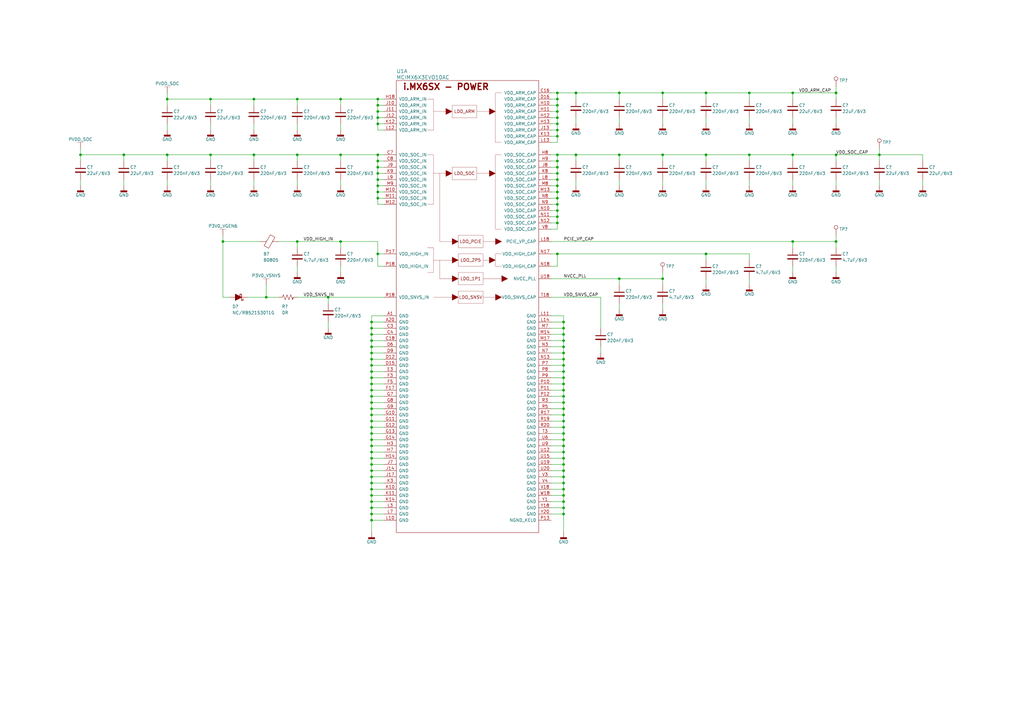
<source format=kicad_sch>
(kicad_sch (version 20210126) (generator eeschema)
  (paper "A3")
  (junction (at 33.02 63.5) (diameter 0.9144))
  (junction (at 50.8 63.5) (diameter 0.9144))
  (junction (at 68.58 40.64) (diameter 0.9144))
  (junction (at 68.58 63.5) (diameter 0.9144))
  (junction (at 86.36 40.64) (diameter 0.9144))
  (junction (at 86.36 63.5) (diameter 0.9144))
  (junction (at 91.44 99.06) (diameter 0.9144))
  (junction (at 104.14 40.64) (diameter 0.9144))
  (junction (at 104.14 63.5) (diameter 0.9144))
  (junction (at 109.22 121.92) (diameter 0.9144))
  (junction (at 121.92 40.64) (diameter 0.9144))
  (junction (at 121.92 63.5) (diameter 0.9144))
  (junction (at 121.92 99.06) (diameter 0.9144))
  (junction (at 134.62 121.92) (diameter 0.9144))
  (junction (at 139.7 40.64) (diameter 0.9144))
  (junction (at 139.7 63.5) (diameter 0.9144))
  (junction (at 139.7 99.06) (diameter 0.9144))
  (junction (at 152.4 132.08) (diameter 0.9144))
  (junction (at 152.4 134.62) (diameter 0.9144))
  (junction (at 152.4 137.16) (diameter 0.9144))
  (junction (at 152.4 139.7) (diameter 0.9144))
  (junction (at 152.4 142.24) (diameter 0.9144))
  (junction (at 152.4 144.78) (diameter 0.9144))
  (junction (at 152.4 147.32) (diameter 0.9144))
  (junction (at 152.4 149.86) (diameter 0.9144))
  (junction (at 152.4 152.4) (diameter 0.9144))
  (junction (at 152.4 154.94) (diameter 0.9144))
  (junction (at 152.4 157.48) (diameter 0.9144))
  (junction (at 152.4 160.02) (diameter 0.9144))
  (junction (at 152.4 162.56) (diameter 0.9144))
  (junction (at 152.4 165.1) (diameter 0.9144))
  (junction (at 152.4 167.64) (diameter 0.9144))
  (junction (at 152.4 170.18) (diameter 0.9144))
  (junction (at 152.4 172.72) (diameter 0.9144))
  (junction (at 152.4 175.26) (diameter 0.9144))
  (junction (at 152.4 177.8) (diameter 0.9144))
  (junction (at 152.4 180.34) (diameter 0.9144))
  (junction (at 152.4 182.88) (diameter 0.9144))
  (junction (at 152.4 185.42) (diameter 0.9144))
  (junction (at 152.4 187.96) (diameter 0.9144))
  (junction (at 152.4 190.5) (diameter 0.9144))
  (junction (at 152.4 193.04) (diameter 0.9144))
  (junction (at 152.4 195.58) (diameter 0.9144))
  (junction (at 152.4 198.12) (diameter 0.9144))
  (junction (at 152.4 200.66) (diameter 0.9144))
  (junction (at 152.4 203.2) (diameter 0.9144))
  (junction (at 152.4 205.74) (diameter 0.9144))
  (junction (at 152.4 208.28) (diameter 0.9144))
  (junction (at 152.4 210.82) (diameter 0.9144))
  (junction (at 152.4 213.36) (diameter 0.9144))
  (junction (at 154.94 40.64) (diameter 0.9144))
  (junction (at 154.94 43.18) (diameter 0.9144))
  (junction (at 154.94 45.72) (diameter 0.9144))
  (junction (at 154.94 48.26) (diameter 0.9144))
  (junction (at 154.94 50.8) (diameter 0.9144))
  (junction (at 154.94 63.5) (diameter 0.9144))
  (junction (at 154.94 66.04) (diameter 0.9144))
  (junction (at 154.94 68.58) (diameter 0.9144))
  (junction (at 154.94 71.12) (diameter 0.9144))
  (junction (at 154.94 73.66) (diameter 0.9144))
  (junction (at 154.94 76.2) (diameter 0.9144))
  (junction (at 154.94 78.74) (diameter 0.9144))
  (junction (at 154.94 81.28) (diameter 0.9144))
  (junction (at 154.94 104.14) (diameter 0.9144))
  (junction (at 228.6 38.1) (diameter 0.9144))
  (junction (at 228.6 40.64) (diameter 0.9144))
  (junction (at 228.6 43.18) (diameter 0.9144))
  (junction (at 228.6 45.72) (diameter 0.9144))
  (junction (at 228.6 48.26) (diameter 0.9144))
  (junction (at 228.6 50.8) (diameter 0.9144))
  (junction (at 228.6 53.34) (diameter 0.9144))
  (junction (at 228.6 55.88) (diameter 0.9144))
  (junction (at 228.6 63.5) (diameter 0.9144))
  (junction (at 228.6 66.04) (diameter 0.9144))
  (junction (at 228.6 68.58) (diameter 0.9144))
  (junction (at 228.6 71.12) (diameter 0.9144))
  (junction (at 228.6 73.66) (diameter 0.9144))
  (junction (at 228.6 76.2) (diameter 0.9144))
  (junction (at 228.6 78.74) (diameter 0.9144))
  (junction (at 228.6 81.28) (diameter 0.9144))
  (junction (at 228.6 83.82) (diameter 0.9144))
  (junction (at 228.6 86.36) (diameter 0.9144))
  (junction (at 228.6 88.9) (diameter 0.9144))
  (junction (at 228.6 91.44) (diameter 0.9144))
  (junction (at 228.6 104.14) (diameter 0.9144))
  (junction (at 231.14 132.08) (diameter 0.9144))
  (junction (at 231.14 134.62) (diameter 0.9144))
  (junction (at 231.14 137.16) (diameter 0.9144))
  (junction (at 231.14 139.7) (diameter 0.9144))
  (junction (at 231.14 142.24) (diameter 0.9144))
  (junction (at 231.14 144.78) (diameter 0.9144))
  (junction (at 231.14 147.32) (diameter 0.9144))
  (junction (at 231.14 149.86) (diameter 0.9144))
  (junction (at 231.14 152.4) (diameter 0.9144))
  (junction (at 231.14 154.94) (diameter 0.9144))
  (junction (at 231.14 157.48) (diameter 0.9144))
  (junction (at 231.14 160.02) (diameter 0.9144))
  (junction (at 231.14 162.56) (diameter 0.9144))
  (junction (at 231.14 165.1) (diameter 0.9144))
  (junction (at 231.14 167.64) (diameter 0.9144))
  (junction (at 231.14 170.18) (diameter 0.9144))
  (junction (at 231.14 172.72) (diameter 0.9144))
  (junction (at 231.14 175.26) (diameter 0.9144))
  (junction (at 231.14 177.8) (diameter 0.9144))
  (junction (at 231.14 180.34) (diameter 0.9144))
  (junction (at 231.14 182.88) (diameter 0.9144))
  (junction (at 231.14 185.42) (diameter 0.9144))
  (junction (at 231.14 187.96) (diameter 0.9144))
  (junction (at 231.14 190.5) (diameter 0.9144))
  (junction (at 231.14 193.04) (diameter 0.9144))
  (junction (at 231.14 195.58) (diameter 0.9144))
  (junction (at 231.14 198.12) (diameter 0.9144))
  (junction (at 231.14 200.66) (diameter 0.9144))
  (junction (at 231.14 203.2) (diameter 0.9144))
  (junction (at 231.14 205.74) (diameter 0.9144))
  (junction (at 231.14 208.28) (diameter 0.9144))
  (junction (at 231.14 210.82) (diameter 0.9144))
  (junction (at 236.22 38.1) (diameter 0.9144))
  (junction (at 236.22 63.5) (diameter 0.9144))
  (junction (at 254 38.1) (diameter 0.9144))
  (junction (at 254 63.5) (diameter 0.9144))
  (junction (at 254 114.3) (diameter 0.9144))
  (junction (at 271.78 38.1) (diameter 0.9144))
  (junction (at 271.78 63.5) (diameter 0.9144))
  (junction (at 271.78 114.3) (diameter 0.9144))
  (junction (at 289.56 38.1) (diameter 0.9144))
  (junction (at 289.56 63.5) (diameter 0.9144))
  (junction (at 289.56 104.14) (diameter 0.9144))
  (junction (at 307.34 38.1) (diameter 0.9144))
  (junction (at 307.34 63.5) (diameter 0.9144))
  (junction (at 325.12 38.1) (diameter 0.9144))
  (junction (at 325.12 63.5) (diameter 0.9144))
  (junction (at 325.12 99.06) (diameter 0.9144))
  (junction (at 342.9 38.1) (diameter 0.9144))
  (junction (at 342.9 63.5) (diameter 0.9144))
  (junction (at 342.9 99.06) (diameter 0.9144))
  (junction (at 360.68 63.5) (diameter 0.9144))
  (wire (pts (xy 33.02 60.96) (xy 33.02 63.5)))
  (wire (pts (xy 33.02 63.5) (xy 50.8 63.5)))
  (wire (pts (xy 33.02 66.04) (xy 33.02 63.5)))
  (wire (pts (xy 33.02 73.66) (xy 33.02 76.2)))
  (wire (pts (xy 50.8 63.5) (xy 50.8 66.04)))
  (wire (pts (xy 50.8 63.5) (xy 68.58 63.5)))
  (wire (pts (xy 50.8 73.66) (xy 50.8 76.2)))
  (wire (pts (xy 68.58 38.1) (xy 68.58 40.64)))
  (wire (pts (xy 68.58 40.64) (xy 86.36 40.64)))
  (wire (pts (xy 68.58 43.18) (xy 68.58 40.64)))
  (wire (pts (xy 68.58 50.8) (xy 68.58 53.34)))
  (wire (pts (xy 68.58 63.5) (xy 68.58 66.04)))
  (wire (pts (xy 68.58 63.5) (xy 86.36 63.5)))
  (wire (pts (xy 68.58 73.66) (xy 68.58 76.2)))
  (wire (pts (xy 86.36 40.64) (xy 86.36 43.18)))
  (wire (pts (xy 86.36 40.64) (xy 104.14 40.64)))
  (wire (pts (xy 86.36 50.8) (xy 86.36 53.34)))
  (wire (pts (xy 86.36 63.5) (xy 86.36 66.04)))
  (wire (pts (xy 86.36 63.5) (xy 104.14 63.5)))
  (wire (pts (xy 86.36 73.66) (xy 86.36 76.2)))
  (wire (pts (xy 91.44 96.52) (xy 91.44 99.06)))
  (wire (pts (xy 91.44 99.06) (xy 106.68 99.06)))
  (wire (pts (xy 91.44 121.92) (xy 91.44 99.06)))
  (wire (pts (xy 93.98 121.92) (xy 91.44 121.92)))
  (wire (pts (xy 101.6 121.92) (xy 109.22 121.92)))
  (wire (pts (xy 104.14 40.64) (xy 104.14 43.18)))
  (wire (pts (xy 104.14 40.64) (xy 121.92 40.64)))
  (wire (pts (xy 104.14 50.8) (xy 104.14 53.34)))
  (wire (pts (xy 104.14 63.5) (xy 104.14 66.04)))
  (wire (pts (xy 104.14 63.5) (xy 121.92 63.5)))
  (wire (pts (xy 104.14 73.66) (xy 104.14 76.2)))
  (wire (pts (xy 109.22 116.84) (xy 109.22 121.92)))
  (wire (pts (xy 109.22 121.92) (xy 114.3 121.92)))
  (wire (pts (xy 114.3 99.06) (xy 121.92 99.06)))
  (wire (pts (xy 121.92 40.64) (xy 121.92 43.18)))
  (wire (pts (xy 121.92 40.64) (xy 139.7 40.64)))
  (wire (pts (xy 121.92 50.8) (xy 121.92 53.34)))
  (wire (pts (xy 121.92 63.5) (xy 121.92 66.04)))
  (wire (pts (xy 121.92 63.5) (xy 139.7 63.5)))
  (wire (pts (xy 121.92 73.66) (xy 121.92 76.2)))
  (wire (pts (xy 121.92 99.06) (xy 121.92 101.6)))
  (wire (pts (xy 121.92 99.06) (xy 139.7 99.06)))
  (wire (pts (xy 121.92 109.22) (xy 121.92 111.76)))
  (wire (pts (xy 121.92 121.92) (xy 134.62 121.92)))
  (wire (pts (xy 134.62 121.92) (xy 157.48 121.92)))
  (wire (pts (xy 134.62 124.46) (xy 134.62 121.92)))
  (wire (pts (xy 134.62 132.08) (xy 134.62 134.62)))
  (wire (pts (xy 139.7 40.64) (xy 139.7 43.18)))
  (wire (pts (xy 139.7 40.64) (xy 154.94 40.64)))
  (wire (pts (xy 139.7 50.8) (xy 139.7 53.34)))
  (wire (pts (xy 139.7 63.5) (xy 139.7 66.04)))
  (wire (pts (xy 139.7 63.5) (xy 154.94 63.5)))
  (wire (pts (xy 139.7 73.66) (xy 139.7 76.2)))
  (wire (pts (xy 139.7 99.06) (xy 154.94 99.06)))
  (wire (pts (xy 139.7 101.6) (xy 139.7 99.06)))
  (wire (pts (xy 139.7 109.22) (xy 139.7 111.76)))
  (wire (pts (xy 152.4 129.54) (xy 157.48 129.54)))
  (wire (pts (xy 152.4 132.08) (xy 152.4 129.54)))
  (wire (pts (xy 152.4 132.08) (xy 157.48 132.08)))
  (wire (pts (xy 152.4 134.62) (xy 152.4 132.08)))
  (wire (pts (xy 152.4 134.62) (xy 157.48 134.62)))
  (wire (pts (xy 152.4 137.16) (xy 152.4 134.62)))
  (wire (pts (xy 152.4 137.16) (xy 157.48 137.16)))
  (wire (pts (xy 152.4 139.7) (xy 152.4 137.16)))
  (wire (pts (xy 152.4 139.7) (xy 157.48 139.7)))
  (wire (pts (xy 152.4 142.24) (xy 152.4 139.7)))
  (wire (pts (xy 152.4 142.24) (xy 157.48 142.24)))
  (wire (pts (xy 152.4 144.78) (xy 152.4 142.24)))
  (wire (pts (xy 152.4 144.78) (xy 157.48 144.78)))
  (wire (pts (xy 152.4 147.32) (xy 152.4 144.78)))
  (wire (pts (xy 152.4 147.32) (xy 157.48 147.32)))
  (wire (pts (xy 152.4 149.86) (xy 152.4 147.32)))
  (wire (pts (xy 152.4 149.86) (xy 157.48 149.86)))
  (wire (pts (xy 152.4 152.4) (xy 152.4 149.86)))
  (wire (pts (xy 152.4 152.4) (xy 157.48 152.4)))
  (wire (pts (xy 152.4 154.94) (xy 152.4 152.4)))
  (wire (pts (xy 152.4 154.94) (xy 157.48 154.94)))
  (wire (pts (xy 152.4 157.48) (xy 152.4 154.94)))
  (wire (pts (xy 152.4 157.48) (xy 157.48 157.48)))
  (wire (pts (xy 152.4 160.02) (xy 152.4 157.48)))
  (wire (pts (xy 152.4 160.02) (xy 157.48 160.02)))
  (wire (pts (xy 152.4 162.56) (xy 152.4 160.02)))
  (wire (pts (xy 152.4 162.56) (xy 157.48 162.56)))
  (wire (pts (xy 152.4 165.1) (xy 152.4 162.56)))
  (wire (pts (xy 152.4 165.1) (xy 157.48 165.1)))
  (wire (pts (xy 152.4 167.64) (xy 152.4 165.1)))
  (wire (pts (xy 152.4 167.64) (xy 157.48 167.64)))
  (wire (pts (xy 152.4 170.18) (xy 152.4 167.64)))
  (wire (pts (xy 152.4 170.18) (xy 157.48 170.18)))
  (wire (pts (xy 152.4 172.72) (xy 152.4 170.18)))
  (wire (pts (xy 152.4 172.72) (xy 157.48 172.72)))
  (wire (pts (xy 152.4 175.26) (xy 152.4 172.72)))
  (wire (pts (xy 152.4 175.26) (xy 157.48 175.26)))
  (wire (pts (xy 152.4 177.8) (xy 152.4 175.26)))
  (wire (pts (xy 152.4 177.8) (xy 157.48 177.8)))
  (wire (pts (xy 152.4 180.34) (xy 152.4 177.8)))
  (wire (pts (xy 152.4 180.34) (xy 157.48 180.34)))
  (wire (pts (xy 152.4 182.88) (xy 152.4 180.34)))
  (wire (pts (xy 152.4 182.88) (xy 157.48 182.88)))
  (wire (pts (xy 152.4 185.42) (xy 152.4 182.88)))
  (wire (pts (xy 152.4 185.42) (xy 157.48 185.42)))
  (wire (pts (xy 152.4 187.96) (xy 152.4 185.42)))
  (wire (pts (xy 152.4 187.96) (xy 157.48 187.96)))
  (wire (pts (xy 152.4 190.5) (xy 152.4 187.96)))
  (wire (pts (xy 152.4 190.5) (xy 157.48 190.5)))
  (wire (pts (xy 152.4 193.04) (xy 152.4 190.5)))
  (wire (pts (xy 152.4 193.04) (xy 157.48 193.04)))
  (wire (pts (xy 152.4 195.58) (xy 152.4 193.04)))
  (wire (pts (xy 152.4 195.58) (xy 157.48 195.58)))
  (wire (pts (xy 152.4 198.12) (xy 152.4 195.58)))
  (wire (pts (xy 152.4 198.12) (xy 157.48 198.12)))
  (wire (pts (xy 152.4 200.66) (xy 152.4 198.12)))
  (wire (pts (xy 152.4 200.66) (xy 157.48 200.66)))
  (wire (pts (xy 152.4 203.2) (xy 152.4 200.66)))
  (wire (pts (xy 152.4 203.2) (xy 157.48 203.2)))
  (wire (pts (xy 152.4 205.74) (xy 152.4 203.2)))
  (wire (pts (xy 152.4 205.74) (xy 157.48 205.74)))
  (wire (pts (xy 152.4 208.28) (xy 152.4 205.74)))
  (wire (pts (xy 152.4 208.28) (xy 157.48 208.28)))
  (wire (pts (xy 152.4 210.82) (xy 152.4 208.28)))
  (wire (pts (xy 152.4 210.82) (xy 157.48 210.82)))
  (wire (pts (xy 152.4 213.36) (xy 152.4 210.82)))
  (wire (pts (xy 152.4 213.36) (xy 157.48 213.36)))
  (wire (pts (xy 152.4 218.44) (xy 152.4 213.36)))
  (wire (pts (xy 154.94 40.64) (xy 157.48 40.64)))
  (wire (pts (xy 154.94 43.18) (xy 154.94 40.64)))
  (wire (pts (xy 154.94 43.18) (xy 157.48 43.18)))
  (wire (pts (xy 154.94 45.72) (xy 154.94 43.18)))
  (wire (pts (xy 154.94 45.72) (xy 157.48 45.72)))
  (wire (pts (xy 154.94 48.26) (xy 154.94 45.72)))
  (wire (pts (xy 154.94 48.26) (xy 157.48 48.26)))
  (wire (pts (xy 154.94 50.8) (xy 154.94 48.26)))
  (wire (pts (xy 154.94 50.8) (xy 157.48 50.8)))
  (wire (pts (xy 154.94 53.34) (xy 154.94 50.8)))
  (wire (pts (xy 154.94 63.5) (xy 154.94 66.04)))
  (wire (pts (xy 154.94 63.5) (xy 157.48 63.5)))
  (wire (pts (xy 154.94 66.04) (xy 154.94 68.58)))
  (wire (pts (xy 154.94 66.04) (xy 157.48 66.04)))
  (wire (pts (xy 154.94 68.58) (xy 154.94 71.12)))
  (wire (pts (xy 154.94 68.58) (xy 157.48 68.58)))
  (wire (pts (xy 154.94 71.12) (xy 154.94 73.66)))
  (wire (pts (xy 154.94 71.12) (xy 157.48 71.12)))
  (wire (pts (xy 154.94 73.66) (xy 154.94 76.2)))
  (wire (pts (xy 154.94 73.66) (xy 157.48 73.66)))
  (wire (pts (xy 154.94 76.2) (xy 154.94 78.74)))
  (wire (pts (xy 154.94 76.2) (xy 157.48 76.2)))
  (wire (pts (xy 154.94 78.74) (xy 154.94 81.28)))
  (wire (pts (xy 154.94 78.74) (xy 157.48 78.74)))
  (wire (pts (xy 154.94 81.28) (xy 154.94 83.82)))
  (wire (pts (xy 154.94 81.28) (xy 157.48 81.28)))
  (wire (pts (xy 154.94 104.14) (xy 154.94 99.06)))
  (wire (pts (xy 154.94 104.14) (xy 157.48 104.14)))
  (wire (pts (xy 154.94 109.22) (xy 154.94 104.14)))
  (wire (pts (xy 157.48 53.34) (xy 154.94 53.34)))
  (wire (pts (xy 157.48 83.82) (xy 154.94 83.82)))
  (wire (pts (xy 157.48 109.22) (xy 154.94 109.22)))
  (wire (pts (xy 226.06 38.1) (xy 228.6 38.1)))
  (wire (pts (xy 226.06 40.64) (xy 228.6 40.64)))
  (wire (pts (xy 226.06 43.18) (xy 228.6 43.18)))
  (wire (pts (xy 226.06 45.72) (xy 228.6 45.72)))
  (wire (pts (xy 226.06 48.26) (xy 228.6 48.26)))
  (wire (pts (xy 226.06 50.8) (xy 228.6 50.8)))
  (wire (pts (xy 226.06 53.34) (xy 228.6 53.34)))
  (wire (pts (xy 226.06 55.88) (xy 228.6 55.88)))
  (wire (pts (xy 226.06 58.42) (xy 228.6 58.42)))
  (wire (pts (xy 226.06 63.5) (xy 228.6 63.5)))
  (wire (pts (xy 226.06 66.04) (xy 228.6 66.04)))
  (wire (pts (xy 226.06 68.58) (xy 228.6 68.58)))
  (wire (pts (xy 226.06 71.12) (xy 228.6 71.12)))
  (wire (pts (xy 226.06 73.66) (xy 228.6 73.66)))
  (wire (pts (xy 226.06 76.2) (xy 228.6 76.2)))
  (wire (pts (xy 226.06 78.74) (xy 228.6 78.74)))
  (wire (pts (xy 226.06 81.28) (xy 228.6 81.28)))
  (wire (pts (xy 226.06 83.82) (xy 228.6 83.82)))
  (wire (pts (xy 226.06 86.36) (xy 228.6 86.36)))
  (wire (pts (xy 226.06 88.9) (xy 228.6 88.9)))
  (wire (pts (xy 226.06 91.44) (xy 228.6 91.44)))
  (wire (pts (xy 226.06 93.98) (xy 228.6 93.98)))
  (wire (pts (xy 226.06 99.06) (xy 325.12 99.06)))
  (wire (pts (xy 226.06 104.14) (xy 228.6 104.14)))
  (wire (pts (xy 226.06 109.22) (xy 228.6 109.22)))
  (wire (pts (xy 226.06 114.3) (xy 254 114.3)))
  (wire (pts (xy 226.06 121.92) (xy 246.38 121.92)))
  (wire (pts (xy 226.06 132.08) (xy 231.14 132.08)))
  (wire (pts (xy 226.06 134.62) (xy 231.14 134.62)))
  (wire (pts (xy 226.06 137.16) (xy 231.14 137.16)))
  (wire (pts (xy 226.06 139.7) (xy 231.14 139.7)))
  (wire (pts (xy 226.06 142.24) (xy 231.14 142.24)))
  (wire (pts (xy 226.06 144.78) (xy 231.14 144.78)))
  (wire (pts (xy 226.06 147.32) (xy 231.14 147.32)))
  (wire (pts (xy 226.06 149.86) (xy 231.14 149.86)))
  (wire (pts (xy 226.06 152.4) (xy 231.14 152.4)))
  (wire (pts (xy 226.06 154.94) (xy 231.14 154.94)))
  (wire (pts (xy 226.06 157.48) (xy 231.14 157.48)))
  (wire (pts (xy 226.06 160.02) (xy 231.14 160.02)))
  (wire (pts (xy 226.06 162.56) (xy 231.14 162.56)))
  (wire (pts (xy 226.06 165.1) (xy 231.14 165.1)))
  (wire (pts (xy 226.06 167.64) (xy 231.14 167.64)))
  (wire (pts (xy 226.06 170.18) (xy 231.14 170.18)))
  (wire (pts (xy 226.06 172.72) (xy 231.14 172.72)))
  (wire (pts (xy 226.06 175.26) (xy 231.14 175.26)))
  (wire (pts (xy 226.06 177.8) (xy 231.14 177.8)))
  (wire (pts (xy 226.06 180.34) (xy 231.14 180.34)))
  (wire (pts (xy 226.06 182.88) (xy 231.14 182.88)))
  (wire (pts (xy 226.06 185.42) (xy 231.14 185.42)))
  (wire (pts (xy 226.06 187.96) (xy 231.14 187.96)))
  (wire (pts (xy 226.06 190.5) (xy 231.14 190.5)))
  (wire (pts (xy 226.06 193.04) (xy 231.14 193.04)))
  (wire (pts (xy 226.06 195.58) (xy 231.14 195.58)))
  (wire (pts (xy 226.06 198.12) (xy 231.14 198.12)))
  (wire (pts (xy 226.06 200.66) (xy 231.14 200.66)))
  (wire (pts (xy 226.06 203.2) (xy 231.14 203.2)))
  (wire (pts (xy 226.06 205.74) (xy 231.14 205.74)))
  (wire (pts (xy 226.06 208.28) (xy 231.14 208.28)))
  (wire (pts (xy 226.06 210.82) (xy 231.14 210.82)))
  (wire (pts (xy 228.6 38.1) (xy 228.6 40.64)))
  (wire (pts (xy 228.6 38.1) (xy 236.22 38.1)))
  (wire (pts (xy 228.6 40.64) (xy 228.6 43.18)))
  (wire (pts (xy 228.6 43.18) (xy 228.6 45.72)))
  (wire (pts (xy 228.6 45.72) (xy 228.6 48.26)))
  (wire (pts (xy 228.6 48.26) (xy 228.6 50.8)))
  (wire (pts (xy 228.6 50.8) (xy 228.6 53.34)))
  (wire (pts (xy 228.6 53.34) (xy 228.6 55.88)))
  (wire (pts (xy 228.6 55.88) (xy 228.6 58.42)))
  (wire (pts (xy 228.6 63.5) (xy 228.6 66.04)))
  (wire (pts (xy 228.6 63.5) (xy 236.22 63.5)))
  (wire (pts (xy 228.6 66.04) (xy 228.6 68.58)))
  (wire (pts (xy 228.6 68.58) (xy 228.6 71.12)))
  (wire (pts (xy 228.6 71.12) (xy 228.6 73.66)))
  (wire (pts (xy 228.6 73.66) (xy 228.6 76.2)))
  (wire (pts (xy 228.6 76.2) (xy 228.6 78.74)))
  (wire (pts (xy 228.6 78.74) (xy 228.6 81.28)))
  (wire (pts (xy 228.6 81.28) (xy 228.6 83.82)))
  (wire (pts (xy 228.6 83.82) (xy 228.6 86.36)))
  (wire (pts (xy 228.6 86.36) (xy 228.6 88.9)))
  (wire (pts (xy 228.6 88.9) (xy 228.6 91.44)))
  (wire (pts (xy 228.6 91.44) (xy 228.6 93.98)))
  (wire (pts (xy 228.6 104.14) (xy 228.6 109.22)))
  (wire (pts (xy 228.6 104.14) (xy 289.56 104.14)))
  (wire (pts (xy 231.14 129.54) (xy 226.06 129.54)))
  (wire (pts (xy 231.14 132.08) (xy 231.14 129.54)))
  (wire (pts (xy 231.14 134.62) (xy 231.14 132.08)))
  (wire (pts (xy 231.14 137.16) (xy 231.14 134.62)))
  (wire (pts (xy 231.14 139.7) (xy 231.14 137.16)))
  (wire (pts (xy 231.14 142.24) (xy 231.14 139.7)))
  (wire (pts (xy 231.14 144.78) (xy 231.14 142.24)))
  (wire (pts (xy 231.14 147.32) (xy 231.14 144.78)))
  (wire (pts (xy 231.14 149.86) (xy 231.14 147.32)))
  (wire (pts (xy 231.14 152.4) (xy 231.14 149.86)))
  (wire (pts (xy 231.14 154.94) (xy 231.14 152.4)))
  (wire (pts (xy 231.14 157.48) (xy 231.14 154.94)))
  (wire (pts (xy 231.14 160.02) (xy 231.14 157.48)))
  (wire (pts (xy 231.14 162.56) (xy 231.14 160.02)))
  (wire (pts (xy 231.14 165.1) (xy 231.14 162.56)))
  (wire (pts (xy 231.14 167.64) (xy 231.14 165.1)))
  (wire (pts (xy 231.14 170.18) (xy 231.14 167.64)))
  (wire (pts (xy 231.14 172.72) (xy 231.14 170.18)))
  (wire (pts (xy 231.14 175.26) (xy 231.14 172.72)))
  (wire (pts (xy 231.14 177.8) (xy 231.14 175.26)))
  (wire (pts (xy 231.14 180.34) (xy 231.14 177.8)))
  (wire (pts (xy 231.14 182.88) (xy 231.14 180.34)))
  (wire (pts (xy 231.14 185.42) (xy 231.14 182.88)))
  (wire (pts (xy 231.14 187.96) (xy 231.14 185.42)))
  (wire (pts (xy 231.14 190.5) (xy 231.14 187.96)))
  (wire (pts (xy 231.14 193.04) (xy 231.14 190.5)))
  (wire (pts (xy 231.14 195.58) (xy 231.14 193.04)))
  (wire (pts (xy 231.14 198.12) (xy 231.14 195.58)))
  (wire (pts (xy 231.14 200.66) (xy 231.14 198.12)))
  (wire (pts (xy 231.14 203.2) (xy 231.14 200.66)))
  (wire (pts (xy 231.14 205.74) (xy 231.14 203.2)))
  (wire (pts (xy 231.14 208.28) (xy 231.14 205.74)))
  (wire (pts (xy 231.14 210.82) (xy 231.14 208.28)))
  (wire (pts (xy 231.14 218.44) (xy 231.14 210.82)))
  (wire (pts (xy 236.22 38.1) (xy 236.22 40.64)))
  (wire (pts (xy 236.22 38.1) (xy 254 38.1)))
  (wire (pts (xy 236.22 48.26) (xy 236.22 50.8)))
  (wire (pts (xy 236.22 63.5) (xy 236.22 66.04)))
  (wire (pts (xy 236.22 63.5) (xy 254 63.5)))
  (wire (pts (xy 236.22 73.66) (xy 236.22 76.2)))
  (wire (pts (xy 246.38 121.92) (xy 246.38 134.62)))
  (wire (pts (xy 246.38 142.24) (xy 246.38 144.78)))
  (wire (pts (xy 254 38.1) (xy 254 40.64)))
  (wire (pts (xy 254 38.1) (xy 271.78 38.1)))
  (wire (pts (xy 254 48.26) (xy 254 50.8)))
  (wire (pts (xy 254 63.5) (xy 254 66.04)))
  (wire (pts (xy 254 63.5) (xy 271.78 63.5)))
  (wire (pts (xy 254 73.66) (xy 254 76.2)))
  (wire (pts (xy 254 114.3) (xy 254 116.84)))
  (wire (pts (xy 254 114.3) (xy 271.78 114.3)))
  (wire (pts (xy 254 124.46) (xy 254 127)))
  (wire (pts (xy 271.78 38.1) (xy 271.78 40.64)))
  (wire (pts (xy 271.78 38.1) (xy 289.56 38.1)))
  (wire (pts (xy 271.78 48.26) (xy 271.78 50.8)))
  (wire (pts (xy 271.78 63.5) (xy 271.78 66.04)))
  (wire (pts (xy 271.78 63.5) (xy 289.56 63.5)))
  (wire (pts (xy 271.78 73.66) (xy 271.78 76.2)))
  (wire (pts (xy 271.78 111.76) (xy 271.78 114.3)))
  (wire (pts (xy 271.78 116.84) (xy 271.78 114.3)))
  (wire (pts (xy 271.78 124.46) (xy 271.78 127)))
  (wire (pts (xy 289.56 38.1) (xy 289.56 40.64)))
  (wire (pts (xy 289.56 38.1) (xy 307.34 38.1)))
  (wire (pts (xy 289.56 48.26) (xy 289.56 50.8)))
  (wire (pts (xy 289.56 63.5) (xy 289.56 66.04)))
  (wire (pts (xy 289.56 63.5) (xy 307.34 63.5)))
  (wire (pts (xy 289.56 73.66) (xy 289.56 76.2)))
  (wire (pts (xy 289.56 104.14) (xy 289.56 106.68)))
  (wire (pts (xy 289.56 104.14) (xy 307.34 104.14)))
  (wire (pts (xy 289.56 114.3) (xy 289.56 116.84)))
  (wire (pts (xy 307.34 38.1) (xy 307.34 40.64)))
  (wire (pts (xy 307.34 38.1) (xy 325.12 38.1)))
  (wire (pts (xy 307.34 48.26) (xy 307.34 50.8)))
  (wire (pts (xy 307.34 63.5) (xy 307.34 66.04)))
  (wire (pts (xy 307.34 63.5) (xy 325.12 63.5)))
  (wire (pts (xy 307.34 73.66) (xy 307.34 76.2)))
  (wire (pts (xy 307.34 106.68) (xy 307.34 104.14)))
  (wire (pts (xy 307.34 114.3) (xy 307.34 116.84)))
  (wire (pts (xy 325.12 38.1) (xy 325.12 40.64)))
  (wire (pts (xy 325.12 38.1) (xy 342.9 38.1)))
  (wire (pts (xy 325.12 48.26) (xy 325.12 50.8)))
  (wire (pts (xy 325.12 63.5) (xy 325.12 66.04)))
  (wire (pts (xy 325.12 63.5) (xy 342.9 63.5)))
  (wire (pts (xy 325.12 73.66) (xy 325.12 76.2)))
  (wire (pts (xy 325.12 99.06) (xy 325.12 101.6)))
  (wire (pts (xy 325.12 99.06) (xy 342.9 99.06)))
  (wire (pts (xy 325.12 109.22) (xy 325.12 111.76)))
  (wire (pts (xy 342.9 35.56) (xy 342.9 38.1)))
  (wire (pts (xy 342.9 40.64) (xy 342.9 38.1)))
  (wire (pts (xy 342.9 48.26) (xy 342.9 50.8)))
  (wire (pts (xy 342.9 63.5) (xy 342.9 66.04)))
  (wire (pts (xy 342.9 63.5) (xy 360.68 63.5)))
  (wire (pts (xy 342.9 73.66) (xy 342.9 76.2)))
  (wire (pts (xy 342.9 96.52) (xy 342.9 99.06)))
  (wire (pts (xy 342.9 101.6) (xy 342.9 99.06)))
  (wire (pts (xy 342.9 109.22) (xy 342.9 111.76)))
  (wire (pts (xy 360.68 60.96) (xy 360.68 63.5)))
  (wire (pts (xy 360.68 63.5) (xy 378.46 63.5)))
  (wire (pts (xy 360.68 66.04) (xy 360.68 63.5)))
  (wire (pts (xy 360.68 73.66) (xy 360.68 76.2)))
  (wire (pts (xy 378.46 63.5) (xy 378.46 66.04)))
  (wire (pts (xy 378.46 73.66) (xy 378.46 76.2)))
  (label "VDD_HIGH_IN" (at 124.46 99.06 0))
  (label "VDD_SNVS_IN" (at 124.46 121.92 0))
  (label "PCIE_VP_CAP" (at 231.14 99.06 0))
  (label "NVCC_PLL" (at 231.14 114.3 0))
  (label "VDD_SNVS_CAP" (at 231.14 121.92 0))
  (label "VDD_ARM_CAP" (at 327.66 38.1 0))
  (label "VDD_SOC_CAP" (at 342.9 63.5 0))
  (symbol (lib_id "symbol:TestPoint") (at 271.78 111.76 0) (unit 1)
    (property "Reference" "TP?" (at 273.05 109.22 0) (effects (justify left)))
    (property "Value" "TestPoint" (effects hide))
    (property "Footprint" "footprint:TestPoint_C40" (effects hide))
    (property "Category" "PCB" (effects hide))
  )
  (symbol (lib_id "symbol:TestPoint") (at 342.9 35.56 0) (unit 1)
    (property "Reference" "TP?" (at 344.17 33.02 0) (effects (justify left)))
    (property "Value" "TestPoint" (effects hide))
    (property "Footprint" "footprint:TestPoint_C40" (effects hide))
    (property "Category" "PCB" (effects hide))
  )
  (symbol (lib_id "symbol:TestPoint") (at 342.9 96.52 0) (unit 1)
    (property "Reference" "TP?" (at 344.17 93.98 0) (effects (justify left)))
    (property "Value" "TestPoint" (effects hide))
    (property "Footprint" "footprint:TestPoint_C40" (effects hide))
    (property "Category" "PCB" (effects hide))
  )
  (symbol (lib_id "symbol:TestPoint") (at 360.68 60.96 0) (unit 1)
    (property "Reference" "TP?" (at 361.95 58.42 0) (effects (justify left)))
    (property "Value" "TestPoint" (effects hide))
    (property "Footprint" "footprint:TestPoint_C40" (effects hide))
    (property "Category" "PCB" (effects hide))
  )
  (symbol (lib_id "symbol:PVDD_SOC") (at 33.02 60.96 0) (unit 1)
    (property "Reference" "#PWR?" (effects hide))
    (property "Value" "PVDD_SOC" (at 33.02 57.15 0))
  )
  (symbol (lib_id "symbol:PVDD_SOC") (at 68.58 38.1 0) (unit 1)
    (property "Reference" "#PWR?" (effects hide))
    (property "Value" "PVDD_SOC" (at 68.58 34.29 0))
  )
  (symbol (lib_id "symbol:P3V0_VGEN6") (at 91.44 96.52 0) (unit 1)
    (property "Reference" "#PWR?" (effects hide))
    (property "Value" "P3V0_VGEN6" (at 91.44 92.71 0))
  )
  (symbol (lib_id "symbol:P3V0_VSNVS") (at 109.22 116.84 0) (unit 1)
    (property "Reference" "#PWR?" (effects hide))
    (property "Value" "P3V0_VSNVS" (at 109.22 113.03 0))
  )
  (symbol (lib_id "symbol:GND") (at 33.02 76.2 0) (unit 1)
    (property "Reference" "#PWR0131" (effects hide))
    (property "Value" "GND" (at 33.02 80.01 0))
  )
  (symbol (lib_id "symbol:GND") (at 50.8 76.2 0) (unit 1)
    (property "Reference" "#PWR0132" (effects hide))
    (property "Value" "GND" (at 50.8 80.01 0))
  )
  (symbol (lib_id "symbol:GND") (at 68.58 53.34 0) (unit 1)
    (property "Reference" "#PWR0130" (effects hide))
    (property "Value" "GND" (at 68.58 57.15 0))
  )
  (symbol (lib_id "symbol:GND") (at 68.58 76.2 0) (unit 1)
    (property "Reference" "#PWR0133" (effects hide))
    (property "Value" "GND" (at 68.58 80.01 0))
  )
  (symbol (lib_id "symbol:GND") (at 86.36 53.34 0) (unit 1)
    (property "Reference" "#PWR0135" (effects hide))
    (property "Value" "GND" (at 86.36 57.15 0))
  )
  (symbol (lib_id "symbol:GND") (at 86.36 76.2 0) (unit 1)
    (property "Reference" "#PWR0134" (effects hide))
    (property "Value" "GND" (at 86.36 80.01 0))
  )
  (symbol (lib_id "symbol:GND") (at 104.14 53.34 0) (unit 1)
    (property "Reference" "#PWR0127" (effects hide))
    (property "Value" "GND" (at 104.14 57.15 0))
  )
  (symbol (lib_id "symbol:GND") (at 104.14 76.2 0) (unit 1)
    (property "Reference" "#PWR0129" (effects hide))
    (property "Value" "GND" (at 104.14 80.01 0))
  )
  (symbol (lib_id "symbol:GND") (at 121.92 53.34 0) (unit 1)
    (property "Reference" "#PWR0128" (effects hide))
    (property "Value" "GND" (at 121.92 57.15 0))
  )
  (symbol (lib_id "symbol:GND") (at 121.92 76.2 0) (unit 1)
    (property "Reference" "#PWR0126" (effects hide))
    (property "Value" "GND" (at 121.92 80.01 0))
  )
  (symbol (lib_id "symbol:GND") (at 121.92 111.76 0) (unit 1)
    (property "Reference" "#PWR0138" (effects hide))
    (property "Value" "GND" (at 121.92 115.57 0))
  )
  (symbol (lib_id "symbol:GND") (at 134.62 134.62 0) (unit 1)
    (property "Reference" "#PWR0136" (effects hide))
    (property "Value" "GND" (at 134.62 138.43 0))
  )
  (symbol (lib_id "symbol:GND") (at 139.7 53.34 0) (unit 1)
    (property "Reference" "#PWR0125" (effects hide))
    (property "Value" "GND" (at 139.7 57.15 0))
  )
  (symbol (lib_id "symbol:GND") (at 139.7 76.2 0) (unit 1)
    (property "Reference" "#PWR0124" (effects hide))
    (property "Value" "GND" (at 139.7 80.01 0))
  )
  (symbol (lib_id "symbol:GND") (at 139.7 111.76 0) (unit 1)
    (property "Reference" "#PWR0137" (effects hide))
    (property "Value" "GND" (at 139.7 115.57 0))
  )
  (symbol (lib_id "symbol:GND") (at 152.4 218.44 0) (unit 1)
    (property "Reference" "#PWR0139" (effects hide))
    (property "Value" "GND" (at 152.4 222.25 0))
  )
  (symbol (lib_id "symbol:GND") (at 231.14 218.44 0) (unit 1)
    (property "Reference" "#PWR0140" (effects hide))
    (property "Value" "GND" (at 231.14 222.25 0))
  )
  (symbol (lib_id "symbol:GND") (at 236.22 50.8 0) (unit 1)
    (property "Reference" "#PWR0111" (effects hide))
    (property "Value" "GND" (at 236.22 54.61 0))
  )
  (symbol (lib_id "symbol:GND") (at 236.22 76.2 0) (unit 1)
    (property "Reference" "#PWR0110" (effects hide))
    (property "Value" "GND" (at 236.22 80.01 0))
  )
  (symbol (lib_id "symbol:GND") (at 246.38 144.78 0) (unit 1)
    (property "Reference" "#PWR0107" (effects hide))
    (property "Value" "GND" (at 246.38 148.59 0))
  )
  (symbol (lib_id "symbol:GND") (at 254 50.8 0) (unit 1)
    (property "Reference" "#PWR0112" (effects hide))
    (property "Value" "GND" (at 254 54.61 0))
  )
  (symbol (lib_id "symbol:GND") (at 254 76.2 0) (unit 1)
    (property "Reference" "#PWR0115" (effects hide))
    (property "Value" "GND" (at 254 80.01 0))
  )
  (symbol (lib_id "symbol:GND") (at 254 127 0) (unit 1)
    (property "Reference" "#PWR0109" (effects hide))
    (property "Value" "GND" (at 254 130.81 0))
  )
  (symbol (lib_id "symbol:GND") (at 271.78 50.8 0) (unit 1)
    (property "Reference" "#PWR0113" (effects hide))
    (property "Value" "GND" (at 271.78 54.61 0))
  )
  (symbol (lib_id "symbol:GND") (at 271.78 76.2 0) (unit 1)
    (property "Reference" "#PWR0114" (effects hide))
    (property "Value" "GND" (at 271.78 80.01 0))
  )
  (symbol (lib_id "symbol:GND") (at 271.78 127 0) (unit 1)
    (property "Reference" "#PWR0108" (effects hide))
    (property "Value" "GND" (at 271.78 130.81 0))
  )
  (symbol (lib_id "symbol:GND") (at 289.56 50.8 0) (unit 1)
    (property "Reference" "#PWR0106" (effects hide))
    (property "Value" "GND" (at 289.56 54.61 0))
  )
  (symbol (lib_id "symbol:GND") (at 289.56 76.2 0) (unit 1)
    (property "Reference" "#PWR0104" (effects hide))
    (property "Value" "GND" (at 289.56 80.01 0))
  )
  (symbol (lib_id "symbol:GND") (at 289.56 116.84 0) (unit 1)
    (property "Reference" "#PWR0123" (effects hide))
    (property "Value" "GND" (at 289.56 120.65 0))
  )
  (symbol (lib_id "symbol:GND") (at 307.34 50.8 0) (unit 1)
    (property "Reference" "#PWR0105" (effects hide))
    (property "Value" "GND" (at 307.34 54.61 0))
  )
  (symbol (lib_id "symbol:GND") (at 307.34 76.2 0) (unit 1)
    (property "Reference" "#PWR0103" (effects hide))
    (property "Value" "GND" (at 307.34 80.01 0))
  )
  (symbol (lib_id "symbol:GND") (at 307.34 116.84 0) (unit 1)
    (property "Reference" "#PWR0122" (effects hide))
    (property "Value" "GND" (at 307.34 120.65 0))
  )
  (symbol (lib_id "symbol:GND") (at 325.12 50.8 0) (unit 1)
    (property "Reference" "#PWR0101" (effects hide))
    (property "Value" "GND" (at 325.12 54.61 0))
  )
  (symbol (lib_id "symbol:GND") (at 325.12 76.2 0) (unit 1)
    (property "Reference" "#PWR0116" (effects hide))
    (property "Value" "GND" (at 325.12 80.01 0))
  )
  (symbol (lib_id "symbol:GND") (at 325.12 111.76 0) (unit 1)
    (property "Reference" "#PWR0119" (effects hide))
    (property "Value" "GND" (at 325.12 115.57 0))
  )
  (symbol (lib_id "symbol:GND") (at 342.9 50.8 0) (unit 1)
    (property "Reference" "#PWR0102" (effects hide))
    (property "Value" "GND" (at 342.9 54.61 0))
  )
  (symbol (lib_id "symbol:GND") (at 342.9 76.2 0) (unit 1)
    (property "Reference" "#PWR0117" (effects hide))
    (property "Value" "GND" (at 342.9 80.01 0))
  )
  (symbol (lib_id "symbol:GND") (at 342.9 111.76 0) (unit 1)
    (property "Reference" "#PWR0120" (effects hide))
    (property "Value" "GND" (at 342.9 115.57 0))
  )
  (symbol (lib_id "symbol:GND") (at 360.68 76.2 0) (unit 1)
    (property "Reference" "#PWR0118" (effects hide))
    (property "Value" "GND" (at 360.68 80.01 0))
  )
  (symbol (lib_id "symbol:GND") (at 378.46 76.2 0) (unit 1)
    (property "Reference" "#PWR0121" (effects hide))
    (property "Value" "GND" (at 378.46 80.01 0))
  )
  (symbol (lib_id "symbol:R0402") (at 116.84 121.92 270) (unit 1)
    (property "Reference" "R?" (at 115.57 125.73 90) (effects (justify left)))
    (property "Value" "0R" (at 115.57 128.27 90) (effects (justify left)))
    (property "Footprint" "footprint:R0402" (effects hide))
    (property "Category" "Resistor" (effects hide))
  )
  (symbol (lib_id "symbol:Diode_Schottky") (at 96.52 121.92 270) (unit 1)
    (property "Reference" "D?" (at 95.25 125.73 90) (effects (justify left)))
    (property "Value" "NC/RB521S30T1G" (at 95.25 128.27 90) (effects (justify left)))
    (property "Category" "Diode" (effects hide))
  )
  (symbol (lib_id "symbol:C0603") (at 33.02 71.12 0) (unit 1)
    (property "Reference" "C?" (at 35.56 68.58 0) (effects (justify left)))
    (property "Value" "22uF/6V3" (at 35.56 71.12 0) (effects (justify left)))
    (property "Footprint" "footprint:C0603" (effects hide))
    (property "Category" "Capacitor" (effects hide))
  )
  (symbol (lib_id "symbol:C0603") (at 50.8 71.12 0) (unit 1)
    (property "Reference" "C?" (at 53.34 68.58 0) (effects (justify left)))
    (property "Value" "22uF/6V3" (at 53.34 71.12 0) (effects (justify left)))
    (property "Footprint" "footprint:C0603" (effects hide))
    (property "Category" "Capacitor" (effects hide))
  )
  (symbol (lib_id "symbol:C0603") (at 68.58 48.26 0) (unit 1)
    (property "Reference" "C?" (at 71.12 45.72 0) (effects (justify left)))
    (property "Value" "22uF/6V3" (at 71.12 48.26 0) (effects (justify left)))
    (property "Footprint" "footprint:C0603" (effects hide))
    (property "Category" "Capacitor" (effects hide))
  )
  (symbol (lib_id "symbol:C0402") (at 68.58 71.12 0) (unit 1)
    (property "Reference" "C?" (at 71.12 68.58 0) (effects (justify left)))
    (property "Value" "220nF/6V3" (at 71.12 71.12 0) (effects (justify left)))
    (property "Footprint" "footprint:C0402" (effects hide))
    (property "Category" "Capacitor" (effects hide))
  )
  (symbol (lib_id "symbol:C0603") (at 86.36 48.26 0) (unit 1)
    (property "Reference" "C?" (at 88.9 45.72 0) (effects (justify left)))
    (property "Value" "22uF/6V3" (at 88.9 48.26 0) (effects (justify left)))
    (property "Footprint" "footprint:C0603" (effects hide))
    (property "Category" "Capacitor" (effects hide))
  )
  (symbol (lib_id "symbol:C0402") (at 86.36 71.12 0) (unit 1)
    (property "Reference" "C?" (at 88.9 68.58 0) (effects (justify left)))
    (property "Value" "220nF/6V3" (at 88.9 71.12 0) (effects (justify left)))
    (property "Footprint" "footprint:C0402" (effects hide))
    (property "Category" "Capacitor" (effects hide))
  )
  (symbol (lib_id "symbol:C0402") (at 104.14 48.26 0) (unit 1)
    (property "Reference" "C?" (at 106.68 45.72 0) (effects (justify left)))
    (property "Value" "220nF/6V3" (at 106.68 48.26 0) (effects (justify left)))
    (property "Footprint" "footprint:C0402" (effects hide))
    (property "Category" "Capacitor" (effects hide))
  )
  (symbol (lib_id "symbol:C0402") (at 104.14 71.12 0) (unit 1)
    (property "Reference" "C?" (at 106.68 68.58 0) (effects (justify left)))
    (property "Value" "220nF/6V3" (at 106.68 71.12 0) (effects (justify left)))
    (property "Footprint" "footprint:C0402" (effects hide))
    (property "Category" "Capacitor" (effects hide))
  )
  (symbol (lib_id "symbol:C0402") (at 121.92 48.26 0) (unit 1)
    (property "Reference" "C?" (at 124.46 45.72 0) (effects (justify left)))
    (property "Value" "220nF/6V3" (at 124.46 48.26 0) (effects (justify left)))
    (property "Footprint" "footprint:C0402" (effects hide))
    (property "Category" "Capacitor" (effects hide))
  )
  (symbol (lib_id "symbol:C0402") (at 121.92 71.12 0) (unit 1)
    (property "Reference" "C?" (at 124.46 68.58 0) (effects (justify left)))
    (property "Value" "220nF/6V3" (at 124.46 71.12 0) (effects (justify left)))
    (property "Footprint" "footprint:C0402" (effects hide))
    (property "Category" "Capacitor" (effects hide))
  )
  (symbol (lib_id "symbol:C0402") (at 121.92 106.68 0) (unit 1)
    (property "Reference" "C?" (at 124.46 104.14 0) (effects (justify left)))
    (property "Value" "4.7uF/6V3" (at 124.46 106.68 0) (effects (justify left)))
    (property "Footprint" "footprint:C0402" (effects hide))
    (property "Category" "Capacitor" (effects hide))
  )
  (symbol (lib_id "symbol:C0402") (at 134.62 129.54 0) (unit 1)
    (property "Reference" "C?" (at 137.16 127 0) (effects (justify left)))
    (property "Value" "220nF/6V3" (at 137.16 129.54 0) (effects (justify left)))
    (property "Footprint" "footprint:C0402" (effects hide))
    (property "Category" "Capacitor" (effects hide))
  )
  (symbol (lib_id "symbol:C0402") (at 139.7 48.26 0) (unit 1)
    (property "Reference" "C?" (at 142.24 45.72 0) (effects (justify left)))
    (property "Value" "220nF/6V3" (at 142.24 48.26 0) (effects (justify left)))
    (property "Footprint" "footprint:C0402" (effects hide))
    (property "Category" "Capacitor" (effects hide))
  )
  (symbol (lib_id "symbol:C0402") (at 139.7 71.12 0) (unit 1)
    (property "Reference" "C?" (at 142.24 68.58 0) (effects (justify left)))
    (property "Value" "220nF/6V3" (at 142.24 71.12 0) (effects (justify left)))
    (property "Footprint" "footprint:C0402" (effects hide))
    (property "Category" "Capacitor" (effects hide))
  )
  (symbol (lib_id "symbol:C0402") (at 139.7 106.68 0) (unit 1)
    (property "Reference" "C?" (at 142.24 104.14 0) (effects (justify left)))
    (property "Value" "220nF/6V3" (at 142.24 106.68 0) (effects (justify left)))
    (property "Footprint" "footprint:C0402" (effects hide))
    (property "Category" "Capacitor" (effects hide))
  )
  (symbol (lib_id "symbol:C0402") (at 236.22 45.72 0) (unit 1)
    (property "Reference" "C?" (at 238.76 43.18 0) (effects (justify left)))
    (property "Value" "220nF/6V3" (at 238.76 45.72 0) (effects (justify left)))
    (property "Footprint" "footprint:C0402" (effects hide))
    (property "Category" "Capacitor" (effects hide))
  )
  (symbol (lib_id "symbol:C0402") (at 236.22 71.12 0) (unit 1)
    (property "Reference" "C?" (at 238.76 68.58 0) (effects (justify left)))
    (property "Value" "220nF/6V3" (at 238.76 71.12 0) (effects (justify left)))
    (property "Footprint" "footprint:C0402" (effects hide))
    (property "Category" "Capacitor" (effects hide))
  )
  (symbol (lib_id "symbol:C0402") (at 246.38 139.7 0) (unit 1)
    (property "Reference" "C?" (at 248.92 137.16 0) (effects (justify left)))
    (property "Value" "220nF/6V3" (at 248.92 139.7 0) (effects (justify left)))
    (property "Footprint" "footprint:C0402" (effects hide))
    (property "Category" "Capacitor" (effects hide))
  )
  (symbol (lib_id "symbol:C0402") (at 254 45.72 0) (unit 1)
    (property "Reference" "C?" (at 256.54 43.18 0) (effects (justify left)))
    (property "Value" "220nF/6V3" (at 256.54 45.72 0) (effects (justify left)))
    (property "Footprint" "footprint:C0402" (effects hide))
    (property "Category" "Capacitor" (effects hide))
  )
  (symbol (lib_id "symbol:C0402") (at 254 71.12 0) (unit 1)
    (property "Reference" "C?" (at 256.54 68.58 0) (effects (justify left)))
    (property "Value" "220nF/6V3" (at 256.54 71.12 0) (effects (justify left)))
    (property "Footprint" "footprint:C0402" (effects hide))
    (property "Category" "Capacitor" (effects hide))
  )
  (symbol (lib_id "symbol:C0402") (at 254 121.92 0) (unit 1)
    (property "Reference" "C?" (at 256.54 119.38 0) (effects (justify left)))
    (property "Value" "220nF/6V3" (at 256.54 121.92 0) (effects (justify left)))
    (property "Footprint" "footprint:C0402" (effects hide))
    (property "Category" "Capacitor" (effects hide))
  )
  (symbol (lib_id "symbol:C0402") (at 271.78 45.72 0) (unit 1)
    (property "Reference" "C?" (at 274.32 43.18 0) (effects (justify left)))
    (property "Value" "220nF/6V3" (at 274.32 45.72 0) (effects (justify left)))
    (property "Footprint" "footprint:C0402" (effects hide))
    (property "Category" "Capacitor" (effects hide))
  )
  (symbol (lib_id "symbol:C0402") (at 271.78 71.12 0) (unit 1)
    (property "Reference" "C?" (at 274.32 68.58 0) (effects (justify left)))
    (property "Value" "220nF/6V3" (at 274.32 71.12 0) (effects (justify left)))
    (property "Footprint" "footprint:C0402" (effects hide))
    (property "Category" "Capacitor" (effects hide))
  )
  (symbol (lib_id "symbol:C0402") (at 271.78 121.92 0) (unit 1)
    (property "Reference" "C?" (at 274.32 119.38 0) (effects (justify left)))
    (property "Value" "4.7uF/6V3" (at 274.32 121.92 0) (effects (justify left)))
    (property "Footprint" "footprint:C0402" (effects hide))
    (property "Category" "Capacitor" (effects hide))
  )
  (symbol (lib_id "symbol:C0402") (at 289.56 45.72 0) (unit 1)
    (property "Reference" "C?" (at 292.1 43.18 0) (effects (justify left)))
    (property "Value" "220nF/6V3" (at 292.1 45.72 0) (effects (justify left)))
    (property "Footprint" "footprint:C0402" (effects hide))
    (property "Category" "Capacitor" (effects hide))
  )
  (symbol (lib_id "symbol:C0402") (at 289.56 71.12 0) (unit 1)
    (property "Reference" "C?" (at 292.1 68.58 0) (effects (justify left)))
    (property "Value" "220nF/6V3" (at 292.1 71.12 0) (effects (justify left)))
    (property "Footprint" "footprint:C0402" (effects hide))
    (property "Category" "Capacitor" (effects hide))
  )
  (symbol (lib_id "symbol:C0402") (at 289.56 111.76 0) (unit 1)
    (property "Reference" "C?" (at 292.1 109.22 0) (effects (justify left)))
    (property "Value" "220nF/6V3" (at 292.1 111.76 0) (effects (justify left)))
    (property "Footprint" "footprint:C0402" (effects hide))
    (property "Category" "Capacitor" (effects hide))
  )
  (symbol (lib_id "symbol:C0402") (at 307.34 45.72 0) (unit 1)
    (property "Reference" "C?" (at 309.88 43.18 0) (effects (justify left)))
    (property "Value" "220nF/6V3" (at 309.88 45.72 0) (effects (justify left)))
    (property "Footprint" "footprint:C0402" (effects hide))
    (property "Category" "Capacitor" (effects hide))
  )
  (symbol (lib_id "symbol:C0402") (at 307.34 71.12 0) (unit 1)
    (property "Reference" "C?" (at 309.88 68.58 0) (effects (justify left)))
    (property "Value" "220nF/6V3" (at 309.88 71.12 0) (effects (justify left)))
    (property "Footprint" "footprint:C0402" (effects hide))
    (property "Category" "Capacitor" (effects hide))
  )
  (symbol (lib_id "symbol:C0402") (at 307.34 111.76 0) (unit 1)
    (property "Reference" "C?" (at 309.88 109.22 0) (effects (justify left)))
    (property "Value" "4.7uF/6V3" (at 309.88 111.76 0) (effects (justify left)))
    (property "Footprint" "footprint:C0402" (effects hide))
    (property "Category" "Capacitor" (effects hide))
  )
  (symbol (lib_id "symbol:C0603") (at 325.12 45.72 0) (unit 1)
    (property "Reference" "C?" (at 327.66 43.18 0) (effects (justify left)))
    (property "Value" "22uF/6V3" (at 327.66 45.72 0) (effects (justify left)))
    (property "Footprint" "footprint:C0603" (effects hide))
    (property "Category" "Capacitor" (effects hide))
  )
  (symbol (lib_id "symbol:C0402") (at 325.12 71.12 0) (unit 1)
    (property "Reference" "C?" (at 327.66 68.58 0) (effects (justify left)))
    (property "Value" "220nF/6V3" (at 327.66 71.12 0) (effects (justify left)))
    (property "Footprint" "footprint:C0402" (effects hide))
    (property "Category" "Capacitor" (effects hide))
  )
  (symbol (lib_id "symbol:C0402") (at 325.12 106.68 0) (unit 1)
    (property "Reference" "C?" (at 327.66 104.14 0) (effects (justify left)))
    (property "Value" "220nF/6V3" (at 327.66 106.68 0) (effects (justify left)))
    (property "Footprint" "footprint:C0402" (effects hide))
    (property "Category" "Capacitor" (effects hide))
  )
  (symbol (lib_id "symbol:C0603") (at 342.9 45.72 0) (unit 1)
    (property "Reference" "C?" (at 345.44 43.18 0) (effects (justify left)))
    (property "Value" "22uF/6V3" (at 345.44 45.72 0) (effects (justify left)))
    (property "Footprint" "footprint:C0603" (effects hide))
    (property "Category" "Capacitor" (effects hide))
  )
  (symbol (lib_id "symbol:C0402") (at 342.9 71.12 0) (unit 1)
    (property "Reference" "C?" (at 345.44 68.58 0) (effects (justify left)))
    (property "Value" "220nF/6V3" (at 345.44 71.12 0) (effects (justify left)))
    (property "Footprint" "footprint:C0402" (effects hide))
    (property "Category" "Capacitor" (effects hide))
  )
  (symbol (lib_id "symbol:C0402") (at 342.9 106.68 0) (unit 1)
    (property "Reference" "C?" (at 345.44 104.14 0) (effects (justify left)))
    (property "Value" "4.7uF/6V3" (at 345.44 106.68 0) (effects (justify left)))
    (property "Footprint" "footprint:C0402" (effects hide))
    (property "Category" "Capacitor" (effects hide))
  )
  (symbol (lib_id "symbol:C0603") (at 360.68 71.12 0) (unit 1)
    (property "Reference" "C?" (at 363.22 68.58 0) (effects (justify left)))
    (property "Value" "22uF/6V3" (at 363.22 71.12 0) (effects (justify left)))
    (property "Footprint" "footprint:C0603" (effects hide))
    (property "Category" "Capacitor" (effects hide))
  )
  (symbol (lib_id "symbol:C0603") (at 378.46 71.12 0) (unit 1)
    (property "Reference" "C?" (at 381 68.58 0) (effects (justify left)))
    (property "Value" "22uF/6V3" (at 381 71.12 0) (effects (justify left)))
    (property "Footprint" "footprint:C0603" (effects hide))
    (property "Category" "Capacitor" (effects hide))
  )
  (symbol (lib_id "symbol:B0805") (at 109.22 99.06 270) (unit 1)
    (property "Reference" "B?" (at 107.95 104.14 90) (effects (justify left)))
    (property "Value" "B0805" (at 107.95 106.68 90) (effects (justify left)))
    (property "Footprint" "footprint:B0805" (effects hide))
    (property "Category" "Ferrite bead" (effects hide))
  )
  (symbol (lib_id "symbol:iMX6SoloX_17x17_NP_BGA400") (at 157.48 35.56 0) (unit 1)
    (property "Reference" "U1" (at 162.56 29.21 0) (effects (font (size 1.524 1.524)) (justify left)))
    (property "Value" "MCIMX6X3EVO10AC" (at 162.56 31.75 0) (effects (font (size 1.524 1.524)) (justify left)))
    (property "Category" "IC" (effects hide))
  )
)
</source>
